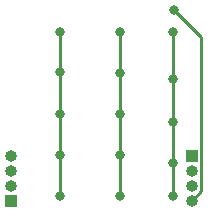
<source format=gbr>
%TF.GenerationSoftware,KiCad,Pcbnew,(6.0.0)*%
%TF.CreationDate,2022-01-30T23:15:08+01:00*%
%TF.ProjectId,TinyPlay_matrix,54696e79-506c-4617-995f-6d6174726978,rev?*%
%TF.SameCoordinates,Original*%
%TF.FileFunction,Copper,L2,Bot*%
%TF.FilePolarity,Positive*%
%FSLAX46Y46*%
G04 Gerber Fmt 4.6, Leading zero omitted, Abs format (unit mm)*
G04 Created by KiCad (PCBNEW (6.0.0)) date 2022-01-30 23:15:08*
%MOMM*%
%LPD*%
G01*
G04 APERTURE LIST*
%TA.AperFunction,ComponentPad*%
%ADD10R,1.000000X1.000000*%
%TD*%
%TA.AperFunction,ComponentPad*%
%ADD11O,1.000000X1.000000*%
%TD*%
%TA.AperFunction,ViaPad*%
%ADD12C,0.800000*%
%TD*%
%TA.AperFunction,Conductor*%
%ADD13C,0.250000*%
%TD*%
G04 APERTURE END LIST*
D10*
%TO.P,J2,1,Pin_1*%
%TO.N,Net-(D10-Pad2)*%
X116900000Y-58500000D03*
D11*
%TO.P,J2,2,Pin_2*%
%TO.N,Net-(D7-Pad2)*%
X116900000Y-59770000D03*
%TO.P,J2,3,Pin_3*%
%TO.N,Net-(D4-Pad2)*%
X116900000Y-61040000D03*
%TO.P,J2,4,Pin_4*%
%TO.N,Net-(D1-Pad2)*%
X116900000Y-62310000D03*
%TD*%
D10*
%TO.P,J1,1,Pin_1*%
%TO.N,Net-(D1-Pad1)*%
X101600000Y-62300000D03*
D11*
%TO.P,J1,2,Pin_2*%
%TO.N,Net-(D11-Pad1)*%
X101600000Y-61030000D03*
%TO.P,J1,3,Pin_3*%
%TO.N,Net-(D12-Pad1)*%
X101600000Y-59760000D03*
%TO.P,J1,4,Pin_4*%
%TO.N,Net-(D13-Pad2)*%
X101600000Y-58490000D03*
%TD*%
D12*
%TO.N,Net-(D1-Pad1)*%
X105800000Y-51400000D03*
X105800000Y-48000000D03*
X105800000Y-58400000D03*
X105800000Y-61900000D03*
X105800000Y-54900000D03*
%TO.N,Net-(D1-Pad2)*%
X115400000Y-46100000D03*
%TO.N,Net-(D11-Pad1)*%
X110800000Y-51500000D03*
X110800000Y-61900000D03*
X110800000Y-54900000D03*
X110800000Y-58400000D03*
X110800000Y-48000000D03*
%TO.N,Net-(D12-Pad1)*%
X115300000Y-52000000D03*
X115300000Y-59100000D03*
X115300000Y-48000000D03*
X115300000Y-55600000D03*
X115300000Y-61900000D03*
%TD*%
D13*
%TO.N,Net-(D1-Pad1)*%
X105800000Y-58400000D02*
X105800000Y-54900000D01*
X105800000Y-61900000D02*
X105800000Y-58400000D01*
X105800000Y-51400000D02*
X105800000Y-48000000D01*
X105800000Y-54900000D02*
X105800000Y-51400000D01*
%TO.N,Net-(D1-Pad2)*%
X117724511Y-48424511D02*
X115400000Y-46100000D01*
X117724511Y-61485489D02*
X117724511Y-48424511D01*
X116900000Y-62310000D02*
X117724511Y-61485489D01*
%TO.N,Net-(D11-Pad1)*%
X110800000Y-51500000D02*
X110800000Y-48000000D01*
X110800000Y-58400000D02*
X110800000Y-54900000D01*
X110800000Y-54900000D02*
X110800000Y-51500000D01*
X110800000Y-61900000D02*
X110800000Y-58400000D01*
%TO.N,Net-(D12-Pad1)*%
X115300000Y-59100000D02*
X115300000Y-55600000D01*
X115300000Y-61900000D02*
X115300000Y-59100000D01*
X115300000Y-55600000D02*
X115300000Y-52000000D01*
X115300000Y-48100000D02*
X115300000Y-48000000D01*
X115300000Y-52000000D02*
X115300000Y-48100000D01*
%TD*%
M02*

</source>
